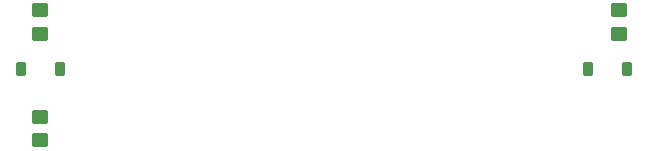
<source format=gtp>
G04 #@! TF.GenerationSoftware,KiCad,Pcbnew,8.0.5*
G04 #@! TF.CreationDate,2024-11-03T16:46:15+01:00*
G04 #@! TF.ProjectId,cable-tester,6361626c-652d-4746-9573-7465722e6b69,rev?*
G04 #@! TF.SameCoordinates,Original*
G04 #@! TF.FileFunction,Paste,Top*
G04 #@! TF.FilePolarity,Positive*
%FSLAX46Y46*%
G04 Gerber Fmt 4.6, Leading zero omitted, Abs format (unit mm)*
G04 Created by KiCad (PCBNEW 8.0.5) date 2024-11-03 16:46:15*
%MOMM*%
%LPD*%
G01*
G04 APERTURE LIST*
G04 Aperture macros list*
%AMRoundRect*
0 Rectangle with rounded corners*
0 $1 Rounding radius*
0 $2 $3 $4 $5 $6 $7 $8 $9 X,Y pos of 4 corners*
0 Add a 4 corners polygon primitive as box body*
4,1,4,$2,$3,$4,$5,$6,$7,$8,$9,$2,$3,0*
0 Add four circle primitives for the rounded corners*
1,1,$1+$1,$2,$3*
1,1,$1+$1,$4,$5*
1,1,$1+$1,$6,$7*
1,1,$1+$1,$8,$9*
0 Add four rect primitives between the rounded corners*
20,1,$1+$1,$2,$3,$4,$5,0*
20,1,$1+$1,$4,$5,$6,$7,0*
20,1,$1+$1,$6,$7,$8,$9,0*
20,1,$1+$1,$8,$9,$2,$3,0*%
G04 Aperture macros list end*
%ADD10RoundRect,0.250000X0.450000X-0.350000X0.450000X0.350000X-0.450000X0.350000X-0.450000X-0.350000X0*%
%ADD11RoundRect,0.225000X-0.225000X-0.375000X0.225000X-0.375000X0.225000X0.375000X-0.225000X0.375000X0*%
%ADD12RoundRect,0.250000X-0.450000X0.350000X-0.450000X-0.350000X0.450000X-0.350000X0.450000X0.350000X0*%
G04 APERTURE END LIST*
D10*
X125000000Y-56000000D03*
X125000000Y-54000000D03*
D11*
X122350000Y-59000000D03*
X125650000Y-59000000D03*
D10*
X76000000Y-56000000D03*
X76000000Y-54000000D03*
D11*
X74350000Y-59000000D03*
X77650000Y-59000000D03*
D12*
X76000000Y-63000000D03*
X76000000Y-65000000D03*
M02*

</source>
